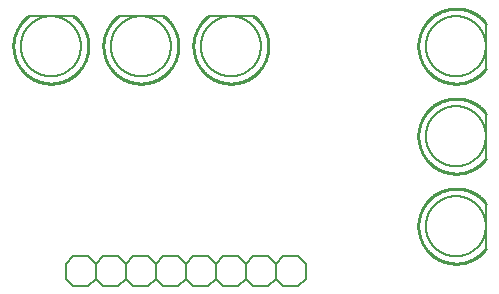
<source format=gto>
G75*
%MOIN*%
%OFA0B0*%
%FSLAX25Y25*%
%IPPOS*%
%LPD*%
%AMOC8*
5,1,8,0,0,1.08239X$1,22.5*
%
%ADD10C,0.00600*%
%ADD11C,0.00800*%
%ADD12C,0.01000*%
D10*
X0037600Y0015100D02*
X0037600Y0020100D01*
X0040100Y0022600D01*
X0045100Y0022600D01*
X0047600Y0020100D01*
X0050100Y0022600D01*
X0055100Y0022600D01*
X0057600Y0020100D01*
X0060100Y0022600D01*
X0065100Y0022600D01*
X0067600Y0020100D01*
X0070100Y0022600D01*
X0075100Y0022600D01*
X0077600Y0020100D01*
X0080100Y0022600D01*
X0085100Y0022600D01*
X0087600Y0020100D01*
X0090100Y0022600D01*
X0095100Y0022600D01*
X0097600Y0020100D01*
X0100100Y0022600D01*
X0105100Y0022600D01*
X0107600Y0020100D01*
X0110100Y0022600D01*
X0115100Y0022600D01*
X0117600Y0020100D01*
X0117600Y0015100D01*
X0115100Y0012600D01*
X0110100Y0012600D01*
X0107600Y0015100D01*
X0105100Y0012600D01*
X0100100Y0012600D01*
X0097600Y0015100D01*
X0097600Y0020100D01*
X0097600Y0015100D02*
X0095100Y0012600D01*
X0090100Y0012600D01*
X0087600Y0015100D01*
X0085100Y0012600D01*
X0080100Y0012600D01*
X0077600Y0015100D01*
X0075100Y0012600D01*
X0070100Y0012600D01*
X0067600Y0015100D01*
X0067600Y0020100D01*
X0067600Y0015100D02*
X0065100Y0012600D01*
X0060100Y0012600D01*
X0057600Y0015100D01*
X0055100Y0012600D01*
X0050100Y0012600D01*
X0047600Y0015100D01*
X0045100Y0012600D01*
X0040100Y0012600D01*
X0037600Y0015100D01*
X0047600Y0015100D02*
X0047600Y0020100D01*
X0057600Y0020100D02*
X0057600Y0015100D01*
X0077600Y0015100D02*
X0077600Y0020100D01*
X0087600Y0020100D02*
X0087600Y0015100D01*
X0107600Y0015100D02*
X0107600Y0020100D01*
X0157600Y0032600D02*
X0157603Y0032845D01*
X0157612Y0033091D01*
X0157627Y0033336D01*
X0157648Y0033580D01*
X0157675Y0033824D01*
X0157708Y0034067D01*
X0157747Y0034310D01*
X0157792Y0034551D01*
X0157843Y0034791D01*
X0157900Y0035030D01*
X0157962Y0035267D01*
X0158031Y0035503D01*
X0158105Y0035737D01*
X0158185Y0035969D01*
X0158270Y0036199D01*
X0158361Y0036427D01*
X0158458Y0036652D01*
X0158560Y0036876D01*
X0158668Y0037096D01*
X0158781Y0037314D01*
X0158899Y0037529D01*
X0159023Y0037741D01*
X0159151Y0037950D01*
X0159285Y0038156D01*
X0159424Y0038358D01*
X0159568Y0038557D01*
X0159717Y0038752D01*
X0159870Y0038944D01*
X0160028Y0039132D01*
X0160190Y0039316D01*
X0160358Y0039495D01*
X0160529Y0039671D01*
X0160705Y0039842D01*
X0160884Y0040010D01*
X0161068Y0040172D01*
X0161256Y0040330D01*
X0161448Y0040483D01*
X0161643Y0040632D01*
X0161842Y0040776D01*
X0162044Y0040915D01*
X0162250Y0041049D01*
X0162459Y0041177D01*
X0162671Y0041301D01*
X0162886Y0041419D01*
X0163104Y0041532D01*
X0163324Y0041640D01*
X0163548Y0041742D01*
X0163773Y0041839D01*
X0164001Y0041930D01*
X0164231Y0042015D01*
X0164463Y0042095D01*
X0164697Y0042169D01*
X0164933Y0042238D01*
X0165170Y0042300D01*
X0165409Y0042357D01*
X0165649Y0042408D01*
X0165890Y0042453D01*
X0166133Y0042492D01*
X0166376Y0042525D01*
X0166620Y0042552D01*
X0166864Y0042573D01*
X0167109Y0042588D01*
X0167355Y0042597D01*
X0167600Y0042600D01*
X0167845Y0042597D01*
X0168091Y0042588D01*
X0168336Y0042573D01*
X0168580Y0042552D01*
X0168824Y0042525D01*
X0169067Y0042492D01*
X0169310Y0042453D01*
X0169551Y0042408D01*
X0169791Y0042357D01*
X0170030Y0042300D01*
X0170267Y0042238D01*
X0170503Y0042169D01*
X0170737Y0042095D01*
X0170969Y0042015D01*
X0171199Y0041930D01*
X0171427Y0041839D01*
X0171652Y0041742D01*
X0171876Y0041640D01*
X0172096Y0041532D01*
X0172314Y0041419D01*
X0172529Y0041301D01*
X0172741Y0041177D01*
X0172950Y0041049D01*
X0173156Y0040915D01*
X0173358Y0040776D01*
X0173557Y0040632D01*
X0173752Y0040483D01*
X0173944Y0040330D01*
X0174132Y0040172D01*
X0174316Y0040010D01*
X0174495Y0039842D01*
X0174671Y0039671D01*
X0174842Y0039495D01*
X0175010Y0039316D01*
X0175172Y0039132D01*
X0175330Y0038944D01*
X0175483Y0038752D01*
X0175632Y0038557D01*
X0175776Y0038358D01*
X0175915Y0038156D01*
X0176049Y0037950D01*
X0176177Y0037741D01*
X0176301Y0037529D01*
X0176419Y0037314D01*
X0176532Y0037096D01*
X0176640Y0036876D01*
X0176742Y0036652D01*
X0176839Y0036427D01*
X0176930Y0036199D01*
X0177015Y0035969D01*
X0177095Y0035737D01*
X0177169Y0035503D01*
X0177238Y0035267D01*
X0177300Y0035030D01*
X0177357Y0034791D01*
X0177408Y0034551D01*
X0177453Y0034310D01*
X0177492Y0034067D01*
X0177525Y0033824D01*
X0177552Y0033580D01*
X0177573Y0033336D01*
X0177588Y0033091D01*
X0177597Y0032845D01*
X0177600Y0032600D01*
X0177597Y0032355D01*
X0177588Y0032109D01*
X0177573Y0031864D01*
X0177552Y0031620D01*
X0177525Y0031376D01*
X0177492Y0031133D01*
X0177453Y0030890D01*
X0177408Y0030649D01*
X0177357Y0030409D01*
X0177300Y0030170D01*
X0177238Y0029933D01*
X0177169Y0029697D01*
X0177095Y0029463D01*
X0177015Y0029231D01*
X0176930Y0029001D01*
X0176839Y0028773D01*
X0176742Y0028548D01*
X0176640Y0028324D01*
X0176532Y0028104D01*
X0176419Y0027886D01*
X0176301Y0027671D01*
X0176177Y0027459D01*
X0176049Y0027250D01*
X0175915Y0027044D01*
X0175776Y0026842D01*
X0175632Y0026643D01*
X0175483Y0026448D01*
X0175330Y0026256D01*
X0175172Y0026068D01*
X0175010Y0025884D01*
X0174842Y0025705D01*
X0174671Y0025529D01*
X0174495Y0025358D01*
X0174316Y0025190D01*
X0174132Y0025028D01*
X0173944Y0024870D01*
X0173752Y0024717D01*
X0173557Y0024568D01*
X0173358Y0024424D01*
X0173156Y0024285D01*
X0172950Y0024151D01*
X0172741Y0024023D01*
X0172529Y0023899D01*
X0172314Y0023781D01*
X0172096Y0023668D01*
X0171876Y0023560D01*
X0171652Y0023458D01*
X0171427Y0023361D01*
X0171199Y0023270D01*
X0170969Y0023185D01*
X0170737Y0023105D01*
X0170503Y0023031D01*
X0170267Y0022962D01*
X0170030Y0022900D01*
X0169791Y0022843D01*
X0169551Y0022792D01*
X0169310Y0022747D01*
X0169067Y0022708D01*
X0168824Y0022675D01*
X0168580Y0022648D01*
X0168336Y0022627D01*
X0168091Y0022612D01*
X0167845Y0022603D01*
X0167600Y0022600D01*
X0167355Y0022603D01*
X0167109Y0022612D01*
X0166864Y0022627D01*
X0166620Y0022648D01*
X0166376Y0022675D01*
X0166133Y0022708D01*
X0165890Y0022747D01*
X0165649Y0022792D01*
X0165409Y0022843D01*
X0165170Y0022900D01*
X0164933Y0022962D01*
X0164697Y0023031D01*
X0164463Y0023105D01*
X0164231Y0023185D01*
X0164001Y0023270D01*
X0163773Y0023361D01*
X0163548Y0023458D01*
X0163324Y0023560D01*
X0163104Y0023668D01*
X0162886Y0023781D01*
X0162671Y0023899D01*
X0162459Y0024023D01*
X0162250Y0024151D01*
X0162044Y0024285D01*
X0161842Y0024424D01*
X0161643Y0024568D01*
X0161448Y0024717D01*
X0161256Y0024870D01*
X0161068Y0025028D01*
X0160884Y0025190D01*
X0160705Y0025358D01*
X0160529Y0025529D01*
X0160358Y0025705D01*
X0160190Y0025884D01*
X0160028Y0026068D01*
X0159870Y0026256D01*
X0159717Y0026448D01*
X0159568Y0026643D01*
X0159424Y0026842D01*
X0159285Y0027044D01*
X0159151Y0027250D01*
X0159023Y0027459D01*
X0158899Y0027671D01*
X0158781Y0027886D01*
X0158668Y0028104D01*
X0158560Y0028324D01*
X0158458Y0028548D01*
X0158361Y0028773D01*
X0158270Y0029001D01*
X0158185Y0029231D01*
X0158105Y0029463D01*
X0158031Y0029697D01*
X0157962Y0029933D01*
X0157900Y0030170D01*
X0157843Y0030409D01*
X0157792Y0030649D01*
X0157747Y0030890D01*
X0157708Y0031133D01*
X0157675Y0031376D01*
X0157648Y0031620D01*
X0157627Y0031864D01*
X0157612Y0032109D01*
X0157603Y0032355D01*
X0157600Y0032600D01*
X0157600Y0062600D02*
X0157603Y0062845D01*
X0157612Y0063091D01*
X0157627Y0063336D01*
X0157648Y0063580D01*
X0157675Y0063824D01*
X0157708Y0064067D01*
X0157747Y0064310D01*
X0157792Y0064551D01*
X0157843Y0064791D01*
X0157900Y0065030D01*
X0157962Y0065267D01*
X0158031Y0065503D01*
X0158105Y0065737D01*
X0158185Y0065969D01*
X0158270Y0066199D01*
X0158361Y0066427D01*
X0158458Y0066652D01*
X0158560Y0066876D01*
X0158668Y0067096D01*
X0158781Y0067314D01*
X0158899Y0067529D01*
X0159023Y0067741D01*
X0159151Y0067950D01*
X0159285Y0068156D01*
X0159424Y0068358D01*
X0159568Y0068557D01*
X0159717Y0068752D01*
X0159870Y0068944D01*
X0160028Y0069132D01*
X0160190Y0069316D01*
X0160358Y0069495D01*
X0160529Y0069671D01*
X0160705Y0069842D01*
X0160884Y0070010D01*
X0161068Y0070172D01*
X0161256Y0070330D01*
X0161448Y0070483D01*
X0161643Y0070632D01*
X0161842Y0070776D01*
X0162044Y0070915D01*
X0162250Y0071049D01*
X0162459Y0071177D01*
X0162671Y0071301D01*
X0162886Y0071419D01*
X0163104Y0071532D01*
X0163324Y0071640D01*
X0163548Y0071742D01*
X0163773Y0071839D01*
X0164001Y0071930D01*
X0164231Y0072015D01*
X0164463Y0072095D01*
X0164697Y0072169D01*
X0164933Y0072238D01*
X0165170Y0072300D01*
X0165409Y0072357D01*
X0165649Y0072408D01*
X0165890Y0072453D01*
X0166133Y0072492D01*
X0166376Y0072525D01*
X0166620Y0072552D01*
X0166864Y0072573D01*
X0167109Y0072588D01*
X0167355Y0072597D01*
X0167600Y0072600D01*
X0167845Y0072597D01*
X0168091Y0072588D01*
X0168336Y0072573D01*
X0168580Y0072552D01*
X0168824Y0072525D01*
X0169067Y0072492D01*
X0169310Y0072453D01*
X0169551Y0072408D01*
X0169791Y0072357D01*
X0170030Y0072300D01*
X0170267Y0072238D01*
X0170503Y0072169D01*
X0170737Y0072095D01*
X0170969Y0072015D01*
X0171199Y0071930D01*
X0171427Y0071839D01*
X0171652Y0071742D01*
X0171876Y0071640D01*
X0172096Y0071532D01*
X0172314Y0071419D01*
X0172529Y0071301D01*
X0172741Y0071177D01*
X0172950Y0071049D01*
X0173156Y0070915D01*
X0173358Y0070776D01*
X0173557Y0070632D01*
X0173752Y0070483D01*
X0173944Y0070330D01*
X0174132Y0070172D01*
X0174316Y0070010D01*
X0174495Y0069842D01*
X0174671Y0069671D01*
X0174842Y0069495D01*
X0175010Y0069316D01*
X0175172Y0069132D01*
X0175330Y0068944D01*
X0175483Y0068752D01*
X0175632Y0068557D01*
X0175776Y0068358D01*
X0175915Y0068156D01*
X0176049Y0067950D01*
X0176177Y0067741D01*
X0176301Y0067529D01*
X0176419Y0067314D01*
X0176532Y0067096D01*
X0176640Y0066876D01*
X0176742Y0066652D01*
X0176839Y0066427D01*
X0176930Y0066199D01*
X0177015Y0065969D01*
X0177095Y0065737D01*
X0177169Y0065503D01*
X0177238Y0065267D01*
X0177300Y0065030D01*
X0177357Y0064791D01*
X0177408Y0064551D01*
X0177453Y0064310D01*
X0177492Y0064067D01*
X0177525Y0063824D01*
X0177552Y0063580D01*
X0177573Y0063336D01*
X0177588Y0063091D01*
X0177597Y0062845D01*
X0177600Y0062600D01*
X0177597Y0062355D01*
X0177588Y0062109D01*
X0177573Y0061864D01*
X0177552Y0061620D01*
X0177525Y0061376D01*
X0177492Y0061133D01*
X0177453Y0060890D01*
X0177408Y0060649D01*
X0177357Y0060409D01*
X0177300Y0060170D01*
X0177238Y0059933D01*
X0177169Y0059697D01*
X0177095Y0059463D01*
X0177015Y0059231D01*
X0176930Y0059001D01*
X0176839Y0058773D01*
X0176742Y0058548D01*
X0176640Y0058324D01*
X0176532Y0058104D01*
X0176419Y0057886D01*
X0176301Y0057671D01*
X0176177Y0057459D01*
X0176049Y0057250D01*
X0175915Y0057044D01*
X0175776Y0056842D01*
X0175632Y0056643D01*
X0175483Y0056448D01*
X0175330Y0056256D01*
X0175172Y0056068D01*
X0175010Y0055884D01*
X0174842Y0055705D01*
X0174671Y0055529D01*
X0174495Y0055358D01*
X0174316Y0055190D01*
X0174132Y0055028D01*
X0173944Y0054870D01*
X0173752Y0054717D01*
X0173557Y0054568D01*
X0173358Y0054424D01*
X0173156Y0054285D01*
X0172950Y0054151D01*
X0172741Y0054023D01*
X0172529Y0053899D01*
X0172314Y0053781D01*
X0172096Y0053668D01*
X0171876Y0053560D01*
X0171652Y0053458D01*
X0171427Y0053361D01*
X0171199Y0053270D01*
X0170969Y0053185D01*
X0170737Y0053105D01*
X0170503Y0053031D01*
X0170267Y0052962D01*
X0170030Y0052900D01*
X0169791Y0052843D01*
X0169551Y0052792D01*
X0169310Y0052747D01*
X0169067Y0052708D01*
X0168824Y0052675D01*
X0168580Y0052648D01*
X0168336Y0052627D01*
X0168091Y0052612D01*
X0167845Y0052603D01*
X0167600Y0052600D01*
X0167355Y0052603D01*
X0167109Y0052612D01*
X0166864Y0052627D01*
X0166620Y0052648D01*
X0166376Y0052675D01*
X0166133Y0052708D01*
X0165890Y0052747D01*
X0165649Y0052792D01*
X0165409Y0052843D01*
X0165170Y0052900D01*
X0164933Y0052962D01*
X0164697Y0053031D01*
X0164463Y0053105D01*
X0164231Y0053185D01*
X0164001Y0053270D01*
X0163773Y0053361D01*
X0163548Y0053458D01*
X0163324Y0053560D01*
X0163104Y0053668D01*
X0162886Y0053781D01*
X0162671Y0053899D01*
X0162459Y0054023D01*
X0162250Y0054151D01*
X0162044Y0054285D01*
X0161842Y0054424D01*
X0161643Y0054568D01*
X0161448Y0054717D01*
X0161256Y0054870D01*
X0161068Y0055028D01*
X0160884Y0055190D01*
X0160705Y0055358D01*
X0160529Y0055529D01*
X0160358Y0055705D01*
X0160190Y0055884D01*
X0160028Y0056068D01*
X0159870Y0056256D01*
X0159717Y0056448D01*
X0159568Y0056643D01*
X0159424Y0056842D01*
X0159285Y0057044D01*
X0159151Y0057250D01*
X0159023Y0057459D01*
X0158899Y0057671D01*
X0158781Y0057886D01*
X0158668Y0058104D01*
X0158560Y0058324D01*
X0158458Y0058548D01*
X0158361Y0058773D01*
X0158270Y0059001D01*
X0158185Y0059231D01*
X0158105Y0059463D01*
X0158031Y0059697D01*
X0157962Y0059933D01*
X0157900Y0060170D01*
X0157843Y0060409D01*
X0157792Y0060649D01*
X0157747Y0060890D01*
X0157708Y0061133D01*
X0157675Y0061376D01*
X0157648Y0061620D01*
X0157627Y0061864D01*
X0157612Y0062109D01*
X0157603Y0062355D01*
X0157600Y0062600D01*
X0157600Y0092600D02*
X0157603Y0092845D01*
X0157612Y0093091D01*
X0157627Y0093336D01*
X0157648Y0093580D01*
X0157675Y0093824D01*
X0157708Y0094067D01*
X0157747Y0094310D01*
X0157792Y0094551D01*
X0157843Y0094791D01*
X0157900Y0095030D01*
X0157962Y0095267D01*
X0158031Y0095503D01*
X0158105Y0095737D01*
X0158185Y0095969D01*
X0158270Y0096199D01*
X0158361Y0096427D01*
X0158458Y0096652D01*
X0158560Y0096876D01*
X0158668Y0097096D01*
X0158781Y0097314D01*
X0158899Y0097529D01*
X0159023Y0097741D01*
X0159151Y0097950D01*
X0159285Y0098156D01*
X0159424Y0098358D01*
X0159568Y0098557D01*
X0159717Y0098752D01*
X0159870Y0098944D01*
X0160028Y0099132D01*
X0160190Y0099316D01*
X0160358Y0099495D01*
X0160529Y0099671D01*
X0160705Y0099842D01*
X0160884Y0100010D01*
X0161068Y0100172D01*
X0161256Y0100330D01*
X0161448Y0100483D01*
X0161643Y0100632D01*
X0161842Y0100776D01*
X0162044Y0100915D01*
X0162250Y0101049D01*
X0162459Y0101177D01*
X0162671Y0101301D01*
X0162886Y0101419D01*
X0163104Y0101532D01*
X0163324Y0101640D01*
X0163548Y0101742D01*
X0163773Y0101839D01*
X0164001Y0101930D01*
X0164231Y0102015D01*
X0164463Y0102095D01*
X0164697Y0102169D01*
X0164933Y0102238D01*
X0165170Y0102300D01*
X0165409Y0102357D01*
X0165649Y0102408D01*
X0165890Y0102453D01*
X0166133Y0102492D01*
X0166376Y0102525D01*
X0166620Y0102552D01*
X0166864Y0102573D01*
X0167109Y0102588D01*
X0167355Y0102597D01*
X0167600Y0102600D01*
X0167845Y0102597D01*
X0168091Y0102588D01*
X0168336Y0102573D01*
X0168580Y0102552D01*
X0168824Y0102525D01*
X0169067Y0102492D01*
X0169310Y0102453D01*
X0169551Y0102408D01*
X0169791Y0102357D01*
X0170030Y0102300D01*
X0170267Y0102238D01*
X0170503Y0102169D01*
X0170737Y0102095D01*
X0170969Y0102015D01*
X0171199Y0101930D01*
X0171427Y0101839D01*
X0171652Y0101742D01*
X0171876Y0101640D01*
X0172096Y0101532D01*
X0172314Y0101419D01*
X0172529Y0101301D01*
X0172741Y0101177D01*
X0172950Y0101049D01*
X0173156Y0100915D01*
X0173358Y0100776D01*
X0173557Y0100632D01*
X0173752Y0100483D01*
X0173944Y0100330D01*
X0174132Y0100172D01*
X0174316Y0100010D01*
X0174495Y0099842D01*
X0174671Y0099671D01*
X0174842Y0099495D01*
X0175010Y0099316D01*
X0175172Y0099132D01*
X0175330Y0098944D01*
X0175483Y0098752D01*
X0175632Y0098557D01*
X0175776Y0098358D01*
X0175915Y0098156D01*
X0176049Y0097950D01*
X0176177Y0097741D01*
X0176301Y0097529D01*
X0176419Y0097314D01*
X0176532Y0097096D01*
X0176640Y0096876D01*
X0176742Y0096652D01*
X0176839Y0096427D01*
X0176930Y0096199D01*
X0177015Y0095969D01*
X0177095Y0095737D01*
X0177169Y0095503D01*
X0177238Y0095267D01*
X0177300Y0095030D01*
X0177357Y0094791D01*
X0177408Y0094551D01*
X0177453Y0094310D01*
X0177492Y0094067D01*
X0177525Y0093824D01*
X0177552Y0093580D01*
X0177573Y0093336D01*
X0177588Y0093091D01*
X0177597Y0092845D01*
X0177600Y0092600D01*
X0177597Y0092355D01*
X0177588Y0092109D01*
X0177573Y0091864D01*
X0177552Y0091620D01*
X0177525Y0091376D01*
X0177492Y0091133D01*
X0177453Y0090890D01*
X0177408Y0090649D01*
X0177357Y0090409D01*
X0177300Y0090170D01*
X0177238Y0089933D01*
X0177169Y0089697D01*
X0177095Y0089463D01*
X0177015Y0089231D01*
X0176930Y0089001D01*
X0176839Y0088773D01*
X0176742Y0088548D01*
X0176640Y0088324D01*
X0176532Y0088104D01*
X0176419Y0087886D01*
X0176301Y0087671D01*
X0176177Y0087459D01*
X0176049Y0087250D01*
X0175915Y0087044D01*
X0175776Y0086842D01*
X0175632Y0086643D01*
X0175483Y0086448D01*
X0175330Y0086256D01*
X0175172Y0086068D01*
X0175010Y0085884D01*
X0174842Y0085705D01*
X0174671Y0085529D01*
X0174495Y0085358D01*
X0174316Y0085190D01*
X0174132Y0085028D01*
X0173944Y0084870D01*
X0173752Y0084717D01*
X0173557Y0084568D01*
X0173358Y0084424D01*
X0173156Y0084285D01*
X0172950Y0084151D01*
X0172741Y0084023D01*
X0172529Y0083899D01*
X0172314Y0083781D01*
X0172096Y0083668D01*
X0171876Y0083560D01*
X0171652Y0083458D01*
X0171427Y0083361D01*
X0171199Y0083270D01*
X0170969Y0083185D01*
X0170737Y0083105D01*
X0170503Y0083031D01*
X0170267Y0082962D01*
X0170030Y0082900D01*
X0169791Y0082843D01*
X0169551Y0082792D01*
X0169310Y0082747D01*
X0169067Y0082708D01*
X0168824Y0082675D01*
X0168580Y0082648D01*
X0168336Y0082627D01*
X0168091Y0082612D01*
X0167845Y0082603D01*
X0167600Y0082600D01*
X0167355Y0082603D01*
X0167109Y0082612D01*
X0166864Y0082627D01*
X0166620Y0082648D01*
X0166376Y0082675D01*
X0166133Y0082708D01*
X0165890Y0082747D01*
X0165649Y0082792D01*
X0165409Y0082843D01*
X0165170Y0082900D01*
X0164933Y0082962D01*
X0164697Y0083031D01*
X0164463Y0083105D01*
X0164231Y0083185D01*
X0164001Y0083270D01*
X0163773Y0083361D01*
X0163548Y0083458D01*
X0163324Y0083560D01*
X0163104Y0083668D01*
X0162886Y0083781D01*
X0162671Y0083899D01*
X0162459Y0084023D01*
X0162250Y0084151D01*
X0162044Y0084285D01*
X0161842Y0084424D01*
X0161643Y0084568D01*
X0161448Y0084717D01*
X0161256Y0084870D01*
X0161068Y0085028D01*
X0160884Y0085190D01*
X0160705Y0085358D01*
X0160529Y0085529D01*
X0160358Y0085705D01*
X0160190Y0085884D01*
X0160028Y0086068D01*
X0159870Y0086256D01*
X0159717Y0086448D01*
X0159568Y0086643D01*
X0159424Y0086842D01*
X0159285Y0087044D01*
X0159151Y0087250D01*
X0159023Y0087459D01*
X0158899Y0087671D01*
X0158781Y0087886D01*
X0158668Y0088104D01*
X0158560Y0088324D01*
X0158458Y0088548D01*
X0158361Y0088773D01*
X0158270Y0089001D01*
X0158185Y0089231D01*
X0158105Y0089463D01*
X0158031Y0089697D01*
X0157962Y0089933D01*
X0157900Y0090170D01*
X0157843Y0090409D01*
X0157792Y0090649D01*
X0157747Y0090890D01*
X0157708Y0091133D01*
X0157675Y0091376D01*
X0157648Y0091620D01*
X0157627Y0091864D01*
X0157612Y0092109D01*
X0157603Y0092355D01*
X0157600Y0092600D01*
X0082600Y0092600D02*
X0082603Y0092845D01*
X0082612Y0093091D01*
X0082627Y0093336D01*
X0082648Y0093580D01*
X0082675Y0093824D01*
X0082708Y0094067D01*
X0082747Y0094310D01*
X0082792Y0094551D01*
X0082843Y0094791D01*
X0082900Y0095030D01*
X0082962Y0095267D01*
X0083031Y0095503D01*
X0083105Y0095737D01*
X0083185Y0095969D01*
X0083270Y0096199D01*
X0083361Y0096427D01*
X0083458Y0096652D01*
X0083560Y0096876D01*
X0083668Y0097096D01*
X0083781Y0097314D01*
X0083899Y0097529D01*
X0084023Y0097741D01*
X0084151Y0097950D01*
X0084285Y0098156D01*
X0084424Y0098358D01*
X0084568Y0098557D01*
X0084717Y0098752D01*
X0084870Y0098944D01*
X0085028Y0099132D01*
X0085190Y0099316D01*
X0085358Y0099495D01*
X0085529Y0099671D01*
X0085705Y0099842D01*
X0085884Y0100010D01*
X0086068Y0100172D01*
X0086256Y0100330D01*
X0086448Y0100483D01*
X0086643Y0100632D01*
X0086842Y0100776D01*
X0087044Y0100915D01*
X0087250Y0101049D01*
X0087459Y0101177D01*
X0087671Y0101301D01*
X0087886Y0101419D01*
X0088104Y0101532D01*
X0088324Y0101640D01*
X0088548Y0101742D01*
X0088773Y0101839D01*
X0089001Y0101930D01*
X0089231Y0102015D01*
X0089463Y0102095D01*
X0089697Y0102169D01*
X0089933Y0102238D01*
X0090170Y0102300D01*
X0090409Y0102357D01*
X0090649Y0102408D01*
X0090890Y0102453D01*
X0091133Y0102492D01*
X0091376Y0102525D01*
X0091620Y0102552D01*
X0091864Y0102573D01*
X0092109Y0102588D01*
X0092355Y0102597D01*
X0092600Y0102600D01*
X0092845Y0102597D01*
X0093091Y0102588D01*
X0093336Y0102573D01*
X0093580Y0102552D01*
X0093824Y0102525D01*
X0094067Y0102492D01*
X0094310Y0102453D01*
X0094551Y0102408D01*
X0094791Y0102357D01*
X0095030Y0102300D01*
X0095267Y0102238D01*
X0095503Y0102169D01*
X0095737Y0102095D01*
X0095969Y0102015D01*
X0096199Y0101930D01*
X0096427Y0101839D01*
X0096652Y0101742D01*
X0096876Y0101640D01*
X0097096Y0101532D01*
X0097314Y0101419D01*
X0097529Y0101301D01*
X0097741Y0101177D01*
X0097950Y0101049D01*
X0098156Y0100915D01*
X0098358Y0100776D01*
X0098557Y0100632D01*
X0098752Y0100483D01*
X0098944Y0100330D01*
X0099132Y0100172D01*
X0099316Y0100010D01*
X0099495Y0099842D01*
X0099671Y0099671D01*
X0099842Y0099495D01*
X0100010Y0099316D01*
X0100172Y0099132D01*
X0100330Y0098944D01*
X0100483Y0098752D01*
X0100632Y0098557D01*
X0100776Y0098358D01*
X0100915Y0098156D01*
X0101049Y0097950D01*
X0101177Y0097741D01*
X0101301Y0097529D01*
X0101419Y0097314D01*
X0101532Y0097096D01*
X0101640Y0096876D01*
X0101742Y0096652D01*
X0101839Y0096427D01*
X0101930Y0096199D01*
X0102015Y0095969D01*
X0102095Y0095737D01*
X0102169Y0095503D01*
X0102238Y0095267D01*
X0102300Y0095030D01*
X0102357Y0094791D01*
X0102408Y0094551D01*
X0102453Y0094310D01*
X0102492Y0094067D01*
X0102525Y0093824D01*
X0102552Y0093580D01*
X0102573Y0093336D01*
X0102588Y0093091D01*
X0102597Y0092845D01*
X0102600Y0092600D01*
X0102597Y0092355D01*
X0102588Y0092109D01*
X0102573Y0091864D01*
X0102552Y0091620D01*
X0102525Y0091376D01*
X0102492Y0091133D01*
X0102453Y0090890D01*
X0102408Y0090649D01*
X0102357Y0090409D01*
X0102300Y0090170D01*
X0102238Y0089933D01*
X0102169Y0089697D01*
X0102095Y0089463D01*
X0102015Y0089231D01*
X0101930Y0089001D01*
X0101839Y0088773D01*
X0101742Y0088548D01*
X0101640Y0088324D01*
X0101532Y0088104D01*
X0101419Y0087886D01*
X0101301Y0087671D01*
X0101177Y0087459D01*
X0101049Y0087250D01*
X0100915Y0087044D01*
X0100776Y0086842D01*
X0100632Y0086643D01*
X0100483Y0086448D01*
X0100330Y0086256D01*
X0100172Y0086068D01*
X0100010Y0085884D01*
X0099842Y0085705D01*
X0099671Y0085529D01*
X0099495Y0085358D01*
X0099316Y0085190D01*
X0099132Y0085028D01*
X0098944Y0084870D01*
X0098752Y0084717D01*
X0098557Y0084568D01*
X0098358Y0084424D01*
X0098156Y0084285D01*
X0097950Y0084151D01*
X0097741Y0084023D01*
X0097529Y0083899D01*
X0097314Y0083781D01*
X0097096Y0083668D01*
X0096876Y0083560D01*
X0096652Y0083458D01*
X0096427Y0083361D01*
X0096199Y0083270D01*
X0095969Y0083185D01*
X0095737Y0083105D01*
X0095503Y0083031D01*
X0095267Y0082962D01*
X0095030Y0082900D01*
X0094791Y0082843D01*
X0094551Y0082792D01*
X0094310Y0082747D01*
X0094067Y0082708D01*
X0093824Y0082675D01*
X0093580Y0082648D01*
X0093336Y0082627D01*
X0093091Y0082612D01*
X0092845Y0082603D01*
X0092600Y0082600D01*
X0092355Y0082603D01*
X0092109Y0082612D01*
X0091864Y0082627D01*
X0091620Y0082648D01*
X0091376Y0082675D01*
X0091133Y0082708D01*
X0090890Y0082747D01*
X0090649Y0082792D01*
X0090409Y0082843D01*
X0090170Y0082900D01*
X0089933Y0082962D01*
X0089697Y0083031D01*
X0089463Y0083105D01*
X0089231Y0083185D01*
X0089001Y0083270D01*
X0088773Y0083361D01*
X0088548Y0083458D01*
X0088324Y0083560D01*
X0088104Y0083668D01*
X0087886Y0083781D01*
X0087671Y0083899D01*
X0087459Y0084023D01*
X0087250Y0084151D01*
X0087044Y0084285D01*
X0086842Y0084424D01*
X0086643Y0084568D01*
X0086448Y0084717D01*
X0086256Y0084870D01*
X0086068Y0085028D01*
X0085884Y0085190D01*
X0085705Y0085358D01*
X0085529Y0085529D01*
X0085358Y0085705D01*
X0085190Y0085884D01*
X0085028Y0086068D01*
X0084870Y0086256D01*
X0084717Y0086448D01*
X0084568Y0086643D01*
X0084424Y0086842D01*
X0084285Y0087044D01*
X0084151Y0087250D01*
X0084023Y0087459D01*
X0083899Y0087671D01*
X0083781Y0087886D01*
X0083668Y0088104D01*
X0083560Y0088324D01*
X0083458Y0088548D01*
X0083361Y0088773D01*
X0083270Y0089001D01*
X0083185Y0089231D01*
X0083105Y0089463D01*
X0083031Y0089697D01*
X0082962Y0089933D01*
X0082900Y0090170D01*
X0082843Y0090409D01*
X0082792Y0090649D01*
X0082747Y0090890D01*
X0082708Y0091133D01*
X0082675Y0091376D01*
X0082648Y0091620D01*
X0082627Y0091864D01*
X0082612Y0092109D01*
X0082603Y0092355D01*
X0082600Y0092600D01*
X0052600Y0092600D02*
X0052603Y0092845D01*
X0052612Y0093091D01*
X0052627Y0093336D01*
X0052648Y0093580D01*
X0052675Y0093824D01*
X0052708Y0094067D01*
X0052747Y0094310D01*
X0052792Y0094551D01*
X0052843Y0094791D01*
X0052900Y0095030D01*
X0052962Y0095267D01*
X0053031Y0095503D01*
X0053105Y0095737D01*
X0053185Y0095969D01*
X0053270Y0096199D01*
X0053361Y0096427D01*
X0053458Y0096652D01*
X0053560Y0096876D01*
X0053668Y0097096D01*
X0053781Y0097314D01*
X0053899Y0097529D01*
X0054023Y0097741D01*
X0054151Y0097950D01*
X0054285Y0098156D01*
X0054424Y0098358D01*
X0054568Y0098557D01*
X0054717Y0098752D01*
X0054870Y0098944D01*
X0055028Y0099132D01*
X0055190Y0099316D01*
X0055358Y0099495D01*
X0055529Y0099671D01*
X0055705Y0099842D01*
X0055884Y0100010D01*
X0056068Y0100172D01*
X0056256Y0100330D01*
X0056448Y0100483D01*
X0056643Y0100632D01*
X0056842Y0100776D01*
X0057044Y0100915D01*
X0057250Y0101049D01*
X0057459Y0101177D01*
X0057671Y0101301D01*
X0057886Y0101419D01*
X0058104Y0101532D01*
X0058324Y0101640D01*
X0058548Y0101742D01*
X0058773Y0101839D01*
X0059001Y0101930D01*
X0059231Y0102015D01*
X0059463Y0102095D01*
X0059697Y0102169D01*
X0059933Y0102238D01*
X0060170Y0102300D01*
X0060409Y0102357D01*
X0060649Y0102408D01*
X0060890Y0102453D01*
X0061133Y0102492D01*
X0061376Y0102525D01*
X0061620Y0102552D01*
X0061864Y0102573D01*
X0062109Y0102588D01*
X0062355Y0102597D01*
X0062600Y0102600D01*
X0062845Y0102597D01*
X0063091Y0102588D01*
X0063336Y0102573D01*
X0063580Y0102552D01*
X0063824Y0102525D01*
X0064067Y0102492D01*
X0064310Y0102453D01*
X0064551Y0102408D01*
X0064791Y0102357D01*
X0065030Y0102300D01*
X0065267Y0102238D01*
X0065503Y0102169D01*
X0065737Y0102095D01*
X0065969Y0102015D01*
X0066199Y0101930D01*
X0066427Y0101839D01*
X0066652Y0101742D01*
X0066876Y0101640D01*
X0067096Y0101532D01*
X0067314Y0101419D01*
X0067529Y0101301D01*
X0067741Y0101177D01*
X0067950Y0101049D01*
X0068156Y0100915D01*
X0068358Y0100776D01*
X0068557Y0100632D01*
X0068752Y0100483D01*
X0068944Y0100330D01*
X0069132Y0100172D01*
X0069316Y0100010D01*
X0069495Y0099842D01*
X0069671Y0099671D01*
X0069842Y0099495D01*
X0070010Y0099316D01*
X0070172Y0099132D01*
X0070330Y0098944D01*
X0070483Y0098752D01*
X0070632Y0098557D01*
X0070776Y0098358D01*
X0070915Y0098156D01*
X0071049Y0097950D01*
X0071177Y0097741D01*
X0071301Y0097529D01*
X0071419Y0097314D01*
X0071532Y0097096D01*
X0071640Y0096876D01*
X0071742Y0096652D01*
X0071839Y0096427D01*
X0071930Y0096199D01*
X0072015Y0095969D01*
X0072095Y0095737D01*
X0072169Y0095503D01*
X0072238Y0095267D01*
X0072300Y0095030D01*
X0072357Y0094791D01*
X0072408Y0094551D01*
X0072453Y0094310D01*
X0072492Y0094067D01*
X0072525Y0093824D01*
X0072552Y0093580D01*
X0072573Y0093336D01*
X0072588Y0093091D01*
X0072597Y0092845D01*
X0072600Y0092600D01*
X0072597Y0092355D01*
X0072588Y0092109D01*
X0072573Y0091864D01*
X0072552Y0091620D01*
X0072525Y0091376D01*
X0072492Y0091133D01*
X0072453Y0090890D01*
X0072408Y0090649D01*
X0072357Y0090409D01*
X0072300Y0090170D01*
X0072238Y0089933D01*
X0072169Y0089697D01*
X0072095Y0089463D01*
X0072015Y0089231D01*
X0071930Y0089001D01*
X0071839Y0088773D01*
X0071742Y0088548D01*
X0071640Y0088324D01*
X0071532Y0088104D01*
X0071419Y0087886D01*
X0071301Y0087671D01*
X0071177Y0087459D01*
X0071049Y0087250D01*
X0070915Y0087044D01*
X0070776Y0086842D01*
X0070632Y0086643D01*
X0070483Y0086448D01*
X0070330Y0086256D01*
X0070172Y0086068D01*
X0070010Y0085884D01*
X0069842Y0085705D01*
X0069671Y0085529D01*
X0069495Y0085358D01*
X0069316Y0085190D01*
X0069132Y0085028D01*
X0068944Y0084870D01*
X0068752Y0084717D01*
X0068557Y0084568D01*
X0068358Y0084424D01*
X0068156Y0084285D01*
X0067950Y0084151D01*
X0067741Y0084023D01*
X0067529Y0083899D01*
X0067314Y0083781D01*
X0067096Y0083668D01*
X0066876Y0083560D01*
X0066652Y0083458D01*
X0066427Y0083361D01*
X0066199Y0083270D01*
X0065969Y0083185D01*
X0065737Y0083105D01*
X0065503Y0083031D01*
X0065267Y0082962D01*
X0065030Y0082900D01*
X0064791Y0082843D01*
X0064551Y0082792D01*
X0064310Y0082747D01*
X0064067Y0082708D01*
X0063824Y0082675D01*
X0063580Y0082648D01*
X0063336Y0082627D01*
X0063091Y0082612D01*
X0062845Y0082603D01*
X0062600Y0082600D01*
X0062355Y0082603D01*
X0062109Y0082612D01*
X0061864Y0082627D01*
X0061620Y0082648D01*
X0061376Y0082675D01*
X0061133Y0082708D01*
X0060890Y0082747D01*
X0060649Y0082792D01*
X0060409Y0082843D01*
X0060170Y0082900D01*
X0059933Y0082962D01*
X0059697Y0083031D01*
X0059463Y0083105D01*
X0059231Y0083185D01*
X0059001Y0083270D01*
X0058773Y0083361D01*
X0058548Y0083458D01*
X0058324Y0083560D01*
X0058104Y0083668D01*
X0057886Y0083781D01*
X0057671Y0083899D01*
X0057459Y0084023D01*
X0057250Y0084151D01*
X0057044Y0084285D01*
X0056842Y0084424D01*
X0056643Y0084568D01*
X0056448Y0084717D01*
X0056256Y0084870D01*
X0056068Y0085028D01*
X0055884Y0085190D01*
X0055705Y0085358D01*
X0055529Y0085529D01*
X0055358Y0085705D01*
X0055190Y0085884D01*
X0055028Y0086068D01*
X0054870Y0086256D01*
X0054717Y0086448D01*
X0054568Y0086643D01*
X0054424Y0086842D01*
X0054285Y0087044D01*
X0054151Y0087250D01*
X0054023Y0087459D01*
X0053899Y0087671D01*
X0053781Y0087886D01*
X0053668Y0088104D01*
X0053560Y0088324D01*
X0053458Y0088548D01*
X0053361Y0088773D01*
X0053270Y0089001D01*
X0053185Y0089231D01*
X0053105Y0089463D01*
X0053031Y0089697D01*
X0052962Y0089933D01*
X0052900Y0090170D01*
X0052843Y0090409D01*
X0052792Y0090649D01*
X0052747Y0090890D01*
X0052708Y0091133D01*
X0052675Y0091376D01*
X0052648Y0091620D01*
X0052627Y0091864D01*
X0052612Y0092109D01*
X0052603Y0092355D01*
X0052600Y0092600D01*
X0022600Y0092600D02*
X0022603Y0092845D01*
X0022612Y0093091D01*
X0022627Y0093336D01*
X0022648Y0093580D01*
X0022675Y0093824D01*
X0022708Y0094067D01*
X0022747Y0094310D01*
X0022792Y0094551D01*
X0022843Y0094791D01*
X0022900Y0095030D01*
X0022962Y0095267D01*
X0023031Y0095503D01*
X0023105Y0095737D01*
X0023185Y0095969D01*
X0023270Y0096199D01*
X0023361Y0096427D01*
X0023458Y0096652D01*
X0023560Y0096876D01*
X0023668Y0097096D01*
X0023781Y0097314D01*
X0023899Y0097529D01*
X0024023Y0097741D01*
X0024151Y0097950D01*
X0024285Y0098156D01*
X0024424Y0098358D01*
X0024568Y0098557D01*
X0024717Y0098752D01*
X0024870Y0098944D01*
X0025028Y0099132D01*
X0025190Y0099316D01*
X0025358Y0099495D01*
X0025529Y0099671D01*
X0025705Y0099842D01*
X0025884Y0100010D01*
X0026068Y0100172D01*
X0026256Y0100330D01*
X0026448Y0100483D01*
X0026643Y0100632D01*
X0026842Y0100776D01*
X0027044Y0100915D01*
X0027250Y0101049D01*
X0027459Y0101177D01*
X0027671Y0101301D01*
X0027886Y0101419D01*
X0028104Y0101532D01*
X0028324Y0101640D01*
X0028548Y0101742D01*
X0028773Y0101839D01*
X0029001Y0101930D01*
X0029231Y0102015D01*
X0029463Y0102095D01*
X0029697Y0102169D01*
X0029933Y0102238D01*
X0030170Y0102300D01*
X0030409Y0102357D01*
X0030649Y0102408D01*
X0030890Y0102453D01*
X0031133Y0102492D01*
X0031376Y0102525D01*
X0031620Y0102552D01*
X0031864Y0102573D01*
X0032109Y0102588D01*
X0032355Y0102597D01*
X0032600Y0102600D01*
X0032845Y0102597D01*
X0033091Y0102588D01*
X0033336Y0102573D01*
X0033580Y0102552D01*
X0033824Y0102525D01*
X0034067Y0102492D01*
X0034310Y0102453D01*
X0034551Y0102408D01*
X0034791Y0102357D01*
X0035030Y0102300D01*
X0035267Y0102238D01*
X0035503Y0102169D01*
X0035737Y0102095D01*
X0035969Y0102015D01*
X0036199Y0101930D01*
X0036427Y0101839D01*
X0036652Y0101742D01*
X0036876Y0101640D01*
X0037096Y0101532D01*
X0037314Y0101419D01*
X0037529Y0101301D01*
X0037741Y0101177D01*
X0037950Y0101049D01*
X0038156Y0100915D01*
X0038358Y0100776D01*
X0038557Y0100632D01*
X0038752Y0100483D01*
X0038944Y0100330D01*
X0039132Y0100172D01*
X0039316Y0100010D01*
X0039495Y0099842D01*
X0039671Y0099671D01*
X0039842Y0099495D01*
X0040010Y0099316D01*
X0040172Y0099132D01*
X0040330Y0098944D01*
X0040483Y0098752D01*
X0040632Y0098557D01*
X0040776Y0098358D01*
X0040915Y0098156D01*
X0041049Y0097950D01*
X0041177Y0097741D01*
X0041301Y0097529D01*
X0041419Y0097314D01*
X0041532Y0097096D01*
X0041640Y0096876D01*
X0041742Y0096652D01*
X0041839Y0096427D01*
X0041930Y0096199D01*
X0042015Y0095969D01*
X0042095Y0095737D01*
X0042169Y0095503D01*
X0042238Y0095267D01*
X0042300Y0095030D01*
X0042357Y0094791D01*
X0042408Y0094551D01*
X0042453Y0094310D01*
X0042492Y0094067D01*
X0042525Y0093824D01*
X0042552Y0093580D01*
X0042573Y0093336D01*
X0042588Y0093091D01*
X0042597Y0092845D01*
X0042600Y0092600D01*
X0042597Y0092355D01*
X0042588Y0092109D01*
X0042573Y0091864D01*
X0042552Y0091620D01*
X0042525Y0091376D01*
X0042492Y0091133D01*
X0042453Y0090890D01*
X0042408Y0090649D01*
X0042357Y0090409D01*
X0042300Y0090170D01*
X0042238Y0089933D01*
X0042169Y0089697D01*
X0042095Y0089463D01*
X0042015Y0089231D01*
X0041930Y0089001D01*
X0041839Y0088773D01*
X0041742Y0088548D01*
X0041640Y0088324D01*
X0041532Y0088104D01*
X0041419Y0087886D01*
X0041301Y0087671D01*
X0041177Y0087459D01*
X0041049Y0087250D01*
X0040915Y0087044D01*
X0040776Y0086842D01*
X0040632Y0086643D01*
X0040483Y0086448D01*
X0040330Y0086256D01*
X0040172Y0086068D01*
X0040010Y0085884D01*
X0039842Y0085705D01*
X0039671Y0085529D01*
X0039495Y0085358D01*
X0039316Y0085190D01*
X0039132Y0085028D01*
X0038944Y0084870D01*
X0038752Y0084717D01*
X0038557Y0084568D01*
X0038358Y0084424D01*
X0038156Y0084285D01*
X0037950Y0084151D01*
X0037741Y0084023D01*
X0037529Y0083899D01*
X0037314Y0083781D01*
X0037096Y0083668D01*
X0036876Y0083560D01*
X0036652Y0083458D01*
X0036427Y0083361D01*
X0036199Y0083270D01*
X0035969Y0083185D01*
X0035737Y0083105D01*
X0035503Y0083031D01*
X0035267Y0082962D01*
X0035030Y0082900D01*
X0034791Y0082843D01*
X0034551Y0082792D01*
X0034310Y0082747D01*
X0034067Y0082708D01*
X0033824Y0082675D01*
X0033580Y0082648D01*
X0033336Y0082627D01*
X0033091Y0082612D01*
X0032845Y0082603D01*
X0032600Y0082600D01*
X0032355Y0082603D01*
X0032109Y0082612D01*
X0031864Y0082627D01*
X0031620Y0082648D01*
X0031376Y0082675D01*
X0031133Y0082708D01*
X0030890Y0082747D01*
X0030649Y0082792D01*
X0030409Y0082843D01*
X0030170Y0082900D01*
X0029933Y0082962D01*
X0029697Y0083031D01*
X0029463Y0083105D01*
X0029231Y0083185D01*
X0029001Y0083270D01*
X0028773Y0083361D01*
X0028548Y0083458D01*
X0028324Y0083560D01*
X0028104Y0083668D01*
X0027886Y0083781D01*
X0027671Y0083899D01*
X0027459Y0084023D01*
X0027250Y0084151D01*
X0027044Y0084285D01*
X0026842Y0084424D01*
X0026643Y0084568D01*
X0026448Y0084717D01*
X0026256Y0084870D01*
X0026068Y0085028D01*
X0025884Y0085190D01*
X0025705Y0085358D01*
X0025529Y0085529D01*
X0025358Y0085705D01*
X0025190Y0085884D01*
X0025028Y0086068D01*
X0024870Y0086256D01*
X0024717Y0086448D01*
X0024568Y0086643D01*
X0024424Y0086842D01*
X0024285Y0087044D01*
X0024151Y0087250D01*
X0024023Y0087459D01*
X0023899Y0087671D01*
X0023781Y0087886D01*
X0023668Y0088104D01*
X0023560Y0088324D01*
X0023458Y0088548D01*
X0023361Y0088773D01*
X0023270Y0089001D01*
X0023185Y0089231D01*
X0023105Y0089463D01*
X0023031Y0089697D01*
X0022962Y0089933D01*
X0022900Y0090170D01*
X0022843Y0090409D01*
X0022792Y0090649D01*
X0022747Y0090890D01*
X0022708Y0091133D01*
X0022675Y0091376D01*
X0022648Y0091620D01*
X0022627Y0091864D01*
X0022612Y0092109D01*
X0022603Y0092355D01*
X0022600Y0092600D01*
D11*
X0025100Y0102600D02*
X0040100Y0102600D01*
X0055100Y0102600D02*
X0070100Y0102600D01*
X0085100Y0102600D02*
X0100100Y0102600D01*
X0177600Y0100100D02*
X0177600Y0085100D01*
X0177600Y0070100D02*
X0177600Y0055100D01*
X0177600Y0040100D02*
X0177600Y0025100D01*
D12*
X0177413Y0024857D01*
X0177221Y0024619D01*
X0177022Y0024386D01*
X0176818Y0024158D01*
X0176609Y0023935D01*
X0176394Y0023717D01*
X0176174Y0023504D01*
X0175949Y0023297D01*
X0175718Y0023095D01*
X0175483Y0022899D01*
X0175243Y0022709D01*
X0174999Y0022525D01*
X0174750Y0022347D01*
X0174496Y0022175D01*
X0174239Y0022009D01*
X0173978Y0021849D01*
X0173713Y0021696D01*
X0173444Y0021550D01*
X0173171Y0021410D01*
X0172896Y0021277D01*
X0172617Y0021151D01*
X0172335Y0021031D01*
X0172050Y0020919D01*
X0171763Y0020814D01*
X0171473Y0020715D01*
X0171181Y0020624D01*
X0170886Y0020540D01*
X0170590Y0020463D01*
X0170292Y0020393D01*
X0169992Y0020331D01*
X0169691Y0020276D01*
X0169389Y0020229D01*
X0169085Y0020189D01*
X0168781Y0020156D01*
X0168476Y0020131D01*
X0168170Y0020113D01*
X0167864Y0020103D01*
X0167558Y0020100D01*
X0167252Y0020105D01*
X0166946Y0020117D01*
X0166640Y0020137D01*
X0166336Y0020164D01*
X0166031Y0020199D01*
X0165728Y0020241D01*
X0165426Y0020290D01*
X0165125Y0020347D01*
X0164826Y0020412D01*
X0164528Y0020483D01*
X0164233Y0020562D01*
X0163939Y0020648D01*
X0163647Y0020741D01*
X0163358Y0020842D01*
X0163071Y0020949D01*
X0162787Y0021064D01*
X0162506Y0021185D01*
X0162228Y0021313D01*
X0161953Y0021448D01*
X0161682Y0021590D01*
X0161414Y0021738D01*
X0161150Y0021893D01*
X0160890Y0022054D01*
X0160634Y0022221D01*
X0160381Y0022395D01*
X0160134Y0022575D01*
X0159890Y0022761D01*
X0159652Y0022952D01*
X0159418Y0023150D01*
X0159189Y0023353D01*
X0158965Y0023562D01*
X0158746Y0023776D01*
X0158533Y0023996D01*
X0158325Y0024220D01*
X0158122Y0024450D01*
X0157926Y0024684D01*
X0157735Y0024924D01*
X0157550Y0025167D01*
X0157371Y0025416D01*
X0157198Y0025668D01*
X0157031Y0025925D01*
X0156871Y0026186D01*
X0156717Y0026451D01*
X0156570Y0026719D01*
X0156429Y0026991D01*
X0156295Y0027266D01*
X0156168Y0027545D01*
X0156047Y0027826D01*
X0155934Y0028111D01*
X0155828Y0028398D01*
X0155728Y0028687D01*
X0155636Y0028979D01*
X0155551Y0029273D01*
X0155473Y0029569D01*
X0155402Y0029867D01*
X0155339Y0030167D01*
X0155283Y0030468D01*
X0155235Y0030770D01*
X0155194Y0031073D01*
X0155160Y0031377D01*
X0155134Y0031682D01*
X0155115Y0031988D01*
X0155104Y0032294D01*
X0155100Y0032600D01*
X0155104Y0032906D01*
X0155115Y0033212D01*
X0155134Y0033518D01*
X0155160Y0033823D01*
X0155194Y0034127D01*
X0155235Y0034430D01*
X0155283Y0034732D01*
X0155339Y0035033D01*
X0155402Y0035333D01*
X0155473Y0035631D01*
X0155551Y0035927D01*
X0155636Y0036221D01*
X0155728Y0036513D01*
X0155828Y0036802D01*
X0155934Y0037089D01*
X0156047Y0037374D01*
X0156168Y0037655D01*
X0156295Y0037934D01*
X0156429Y0038209D01*
X0156570Y0038481D01*
X0156717Y0038749D01*
X0156871Y0039014D01*
X0157031Y0039275D01*
X0157198Y0039532D01*
X0157371Y0039784D01*
X0157550Y0040033D01*
X0157735Y0040276D01*
X0157926Y0040516D01*
X0158122Y0040750D01*
X0158325Y0040980D01*
X0158533Y0041204D01*
X0158746Y0041424D01*
X0158965Y0041638D01*
X0159189Y0041847D01*
X0159418Y0042050D01*
X0159652Y0042248D01*
X0159890Y0042439D01*
X0160134Y0042625D01*
X0160381Y0042805D01*
X0160634Y0042979D01*
X0160890Y0043146D01*
X0161150Y0043307D01*
X0161414Y0043462D01*
X0161682Y0043610D01*
X0161953Y0043752D01*
X0162228Y0043887D01*
X0162506Y0044015D01*
X0162787Y0044136D01*
X0163071Y0044251D01*
X0163358Y0044358D01*
X0163647Y0044459D01*
X0163939Y0044552D01*
X0164233Y0044638D01*
X0164528Y0044717D01*
X0164826Y0044788D01*
X0165125Y0044853D01*
X0165426Y0044910D01*
X0165728Y0044959D01*
X0166031Y0045001D01*
X0166336Y0045036D01*
X0166640Y0045063D01*
X0166946Y0045083D01*
X0167252Y0045095D01*
X0167558Y0045100D01*
X0167864Y0045097D01*
X0168170Y0045087D01*
X0168476Y0045069D01*
X0168781Y0045044D01*
X0169085Y0045011D01*
X0169389Y0044971D01*
X0169691Y0044924D01*
X0169992Y0044869D01*
X0170292Y0044807D01*
X0170590Y0044737D01*
X0170886Y0044660D01*
X0171181Y0044576D01*
X0171473Y0044485D01*
X0171763Y0044386D01*
X0172050Y0044281D01*
X0172335Y0044169D01*
X0172617Y0044049D01*
X0172896Y0043923D01*
X0173171Y0043790D01*
X0173444Y0043650D01*
X0173713Y0043504D01*
X0173978Y0043351D01*
X0174239Y0043191D01*
X0174496Y0043025D01*
X0174750Y0042853D01*
X0174999Y0042675D01*
X0175243Y0042491D01*
X0175483Y0042301D01*
X0175718Y0042105D01*
X0175949Y0041903D01*
X0176174Y0041696D01*
X0176394Y0041483D01*
X0176609Y0041265D01*
X0176818Y0041042D01*
X0177022Y0040814D01*
X0177221Y0040581D01*
X0177413Y0040343D01*
X0177600Y0040100D01*
X0177600Y0055100D02*
X0177413Y0054857D01*
X0177221Y0054619D01*
X0177022Y0054386D01*
X0176818Y0054158D01*
X0176609Y0053935D01*
X0176394Y0053717D01*
X0176174Y0053504D01*
X0175949Y0053297D01*
X0175718Y0053095D01*
X0175483Y0052899D01*
X0175243Y0052709D01*
X0174999Y0052525D01*
X0174750Y0052347D01*
X0174496Y0052175D01*
X0174239Y0052009D01*
X0173978Y0051849D01*
X0173713Y0051696D01*
X0173444Y0051550D01*
X0173171Y0051410D01*
X0172896Y0051277D01*
X0172617Y0051151D01*
X0172335Y0051031D01*
X0172050Y0050919D01*
X0171763Y0050814D01*
X0171473Y0050715D01*
X0171181Y0050624D01*
X0170886Y0050540D01*
X0170590Y0050463D01*
X0170292Y0050393D01*
X0169992Y0050331D01*
X0169691Y0050276D01*
X0169389Y0050229D01*
X0169085Y0050189D01*
X0168781Y0050156D01*
X0168476Y0050131D01*
X0168170Y0050113D01*
X0167864Y0050103D01*
X0167558Y0050100D01*
X0167252Y0050105D01*
X0166946Y0050117D01*
X0166640Y0050137D01*
X0166336Y0050164D01*
X0166031Y0050199D01*
X0165728Y0050241D01*
X0165426Y0050290D01*
X0165125Y0050347D01*
X0164826Y0050412D01*
X0164528Y0050483D01*
X0164233Y0050562D01*
X0163939Y0050648D01*
X0163647Y0050741D01*
X0163358Y0050842D01*
X0163071Y0050949D01*
X0162787Y0051064D01*
X0162506Y0051185D01*
X0162228Y0051313D01*
X0161953Y0051448D01*
X0161682Y0051590D01*
X0161414Y0051738D01*
X0161150Y0051893D01*
X0160890Y0052054D01*
X0160634Y0052221D01*
X0160381Y0052395D01*
X0160134Y0052575D01*
X0159890Y0052761D01*
X0159652Y0052952D01*
X0159418Y0053150D01*
X0159189Y0053353D01*
X0158965Y0053562D01*
X0158746Y0053776D01*
X0158533Y0053996D01*
X0158325Y0054220D01*
X0158122Y0054450D01*
X0157926Y0054684D01*
X0157735Y0054924D01*
X0157550Y0055167D01*
X0157371Y0055416D01*
X0157198Y0055668D01*
X0157031Y0055925D01*
X0156871Y0056186D01*
X0156717Y0056451D01*
X0156570Y0056719D01*
X0156429Y0056991D01*
X0156295Y0057266D01*
X0156168Y0057545D01*
X0156047Y0057826D01*
X0155934Y0058111D01*
X0155828Y0058398D01*
X0155728Y0058687D01*
X0155636Y0058979D01*
X0155551Y0059273D01*
X0155473Y0059569D01*
X0155402Y0059867D01*
X0155339Y0060167D01*
X0155283Y0060468D01*
X0155235Y0060770D01*
X0155194Y0061073D01*
X0155160Y0061377D01*
X0155134Y0061682D01*
X0155115Y0061988D01*
X0155104Y0062294D01*
X0155100Y0062600D01*
X0155104Y0062906D01*
X0155115Y0063212D01*
X0155134Y0063518D01*
X0155160Y0063823D01*
X0155194Y0064127D01*
X0155235Y0064430D01*
X0155283Y0064732D01*
X0155339Y0065033D01*
X0155402Y0065333D01*
X0155473Y0065631D01*
X0155551Y0065927D01*
X0155636Y0066221D01*
X0155728Y0066513D01*
X0155828Y0066802D01*
X0155934Y0067089D01*
X0156047Y0067374D01*
X0156168Y0067655D01*
X0156295Y0067934D01*
X0156429Y0068209D01*
X0156570Y0068481D01*
X0156717Y0068749D01*
X0156871Y0069014D01*
X0157031Y0069275D01*
X0157198Y0069532D01*
X0157371Y0069784D01*
X0157550Y0070033D01*
X0157735Y0070276D01*
X0157926Y0070516D01*
X0158122Y0070750D01*
X0158325Y0070980D01*
X0158533Y0071204D01*
X0158746Y0071424D01*
X0158965Y0071638D01*
X0159189Y0071847D01*
X0159418Y0072050D01*
X0159652Y0072248D01*
X0159890Y0072439D01*
X0160134Y0072625D01*
X0160381Y0072805D01*
X0160634Y0072979D01*
X0160890Y0073146D01*
X0161150Y0073307D01*
X0161414Y0073462D01*
X0161682Y0073610D01*
X0161953Y0073752D01*
X0162228Y0073887D01*
X0162506Y0074015D01*
X0162787Y0074136D01*
X0163071Y0074251D01*
X0163358Y0074358D01*
X0163647Y0074459D01*
X0163939Y0074552D01*
X0164233Y0074638D01*
X0164528Y0074717D01*
X0164826Y0074788D01*
X0165125Y0074853D01*
X0165426Y0074910D01*
X0165728Y0074959D01*
X0166031Y0075001D01*
X0166336Y0075036D01*
X0166640Y0075063D01*
X0166946Y0075083D01*
X0167252Y0075095D01*
X0167558Y0075100D01*
X0167864Y0075097D01*
X0168170Y0075087D01*
X0168476Y0075069D01*
X0168781Y0075044D01*
X0169085Y0075011D01*
X0169389Y0074971D01*
X0169691Y0074924D01*
X0169992Y0074869D01*
X0170292Y0074807D01*
X0170590Y0074737D01*
X0170886Y0074660D01*
X0171181Y0074576D01*
X0171473Y0074485D01*
X0171763Y0074386D01*
X0172050Y0074281D01*
X0172335Y0074169D01*
X0172617Y0074049D01*
X0172896Y0073923D01*
X0173171Y0073790D01*
X0173444Y0073650D01*
X0173713Y0073504D01*
X0173978Y0073351D01*
X0174239Y0073191D01*
X0174496Y0073025D01*
X0174750Y0072853D01*
X0174999Y0072675D01*
X0175243Y0072491D01*
X0175483Y0072301D01*
X0175718Y0072105D01*
X0175949Y0071903D01*
X0176174Y0071696D01*
X0176394Y0071483D01*
X0176609Y0071265D01*
X0176818Y0071042D01*
X0177022Y0070814D01*
X0177221Y0070581D01*
X0177413Y0070343D01*
X0177600Y0070100D01*
X0177600Y0085100D02*
X0177413Y0084857D01*
X0177221Y0084619D01*
X0177022Y0084386D01*
X0176818Y0084158D01*
X0176609Y0083935D01*
X0176394Y0083717D01*
X0176174Y0083504D01*
X0175949Y0083297D01*
X0175718Y0083095D01*
X0175483Y0082899D01*
X0175243Y0082709D01*
X0174999Y0082525D01*
X0174750Y0082347D01*
X0174496Y0082175D01*
X0174239Y0082009D01*
X0173978Y0081849D01*
X0173713Y0081696D01*
X0173444Y0081550D01*
X0173171Y0081410D01*
X0172896Y0081277D01*
X0172617Y0081151D01*
X0172335Y0081031D01*
X0172050Y0080919D01*
X0171763Y0080814D01*
X0171473Y0080715D01*
X0171181Y0080624D01*
X0170886Y0080540D01*
X0170590Y0080463D01*
X0170292Y0080393D01*
X0169992Y0080331D01*
X0169691Y0080276D01*
X0169389Y0080229D01*
X0169085Y0080189D01*
X0168781Y0080156D01*
X0168476Y0080131D01*
X0168170Y0080113D01*
X0167864Y0080103D01*
X0167558Y0080100D01*
X0167252Y0080105D01*
X0166946Y0080117D01*
X0166640Y0080137D01*
X0166336Y0080164D01*
X0166031Y0080199D01*
X0165728Y0080241D01*
X0165426Y0080290D01*
X0165125Y0080347D01*
X0164826Y0080412D01*
X0164528Y0080483D01*
X0164233Y0080562D01*
X0163939Y0080648D01*
X0163647Y0080741D01*
X0163358Y0080842D01*
X0163071Y0080949D01*
X0162787Y0081064D01*
X0162506Y0081185D01*
X0162228Y0081313D01*
X0161953Y0081448D01*
X0161682Y0081590D01*
X0161414Y0081738D01*
X0161150Y0081893D01*
X0160890Y0082054D01*
X0160634Y0082221D01*
X0160381Y0082395D01*
X0160134Y0082575D01*
X0159890Y0082761D01*
X0159652Y0082952D01*
X0159418Y0083150D01*
X0159189Y0083353D01*
X0158965Y0083562D01*
X0158746Y0083776D01*
X0158533Y0083996D01*
X0158325Y0084220D01*
X0158122Y0084450D01*
X0157926Y0084684D01*
X0157735Y0084924D01*
X0157550Y0085167D01*
X0157371Y0085416D01*
X0157198Y0085668D01*
X0157031Y0085925D01*
X0156871Y0086186D01*
X0156717Y0086451D01*
X0156570Y0086719D01*
X0156429Y0086991D01*
X0156295Y0087266D01*
X0156168Y0087545D01*
X0156047Y0087826D01*
X0155934Y0088111D01*
X0155828Y0088398D01*
X0155728Y0088687D01*
X0155636Y0088979D01*
X0155551Y0089273D01*
X0155473Y0089569D01*
X0155402Y0089867D01*
X0155339Y0090167D01*
X0155283Y0090468D01*
X0155235Y0090770D01*
X0155194Y0091073D01*
X0155160Y0091377D01*
X0155134Y0091682D01*
X0155115Y0091988D01*
X0155104Y0092294D01*
X0155100Y0092600D01*
X0155104Y0092906D01*
X0155115Y0093212D01*
X0155134Y0093518D01*
X0155160Y0093823D01*
X0155194Y0094127D01*
X0155235Y0094430D01*
X0155283Y0094732D01*
X0155339Y0095033D01*
X0155402Y0095333D01*
X0155473Y0095631D01*
X0155551Y0095927D01*
X0155636Y0096221D01*
X0155728Y0096513D01*
X0155828Y0096802D01*
X0155934Y0097089D01*
X0156047Y0097374D01*
X0156168Y0097655D01*
X0156295Y0097934D01*
X0156429Y0098209D01*
X0156570Y0098481D01*
X0156717Y0098749D01*
X0156871Y0099014D01*
X0157031Y0099275D01*
X0157198Y0099532D01*
X0157371Y0099784D01*
X0157550Y0100033D01*
X0157735Y0100276D01*
X0157926Y0100516D01*
X0158122Y0100750D01*
X0158325Y0100980D01*
X0158533Y0101204D01*
X0158746Y0101424D01*
X0158965Y0101638D01*
X0159189Y0101847D01*
X0159418Y0102050D01*
X0159652Y0102248D01*
X0159890Y0102439D01*
X0160134Y0102625D01*
X0160381Y0102805D01*
X0160634Y0102979D01*
X0160890Y0103146D01*
X0161150Y0103307D01*
X0161414Y0103462D01*
X0161682Y0103610D01*
X0161953Y0103752D01*
X0162228Y0103887D01*
X0162506Y0104015D01*
X0162787Y0104136D01*
X0163071Y0104251D01*
X0163358Y0104358D01*
X0163647Y0104459D01*
X0163939Y0104552D01*
X0164233Y0104638D01*
X0164528Y0104717D01*
X0164826Y0104788D01*
X0165125Y0104853D01*
X0165426Y0104910D01*
X0165728Y0104959D01*
X0166031Y0105001D01*
X0166336Y0105036D01*
X0166640Y0105063D01*
X0166946Y0105083D01*
X0167252Y0105095D01*
X0167558Y0105100D01*
X0167864Y0105097D01*
X0168170Y0105087D01*
X0168476Y0105069D01*
X0168781Y0105044D01*
X0169085Y0105011D01*
X0169389Y0104971D01*
X0169691Y0104924D01*
X0169992Y0104869D01*
X0170292Y0104807D01*
X0170590Y0104737D01*
X0170886Y0104660D01*
X0171181Y0104576D01*
X0171473Y0104485D01*
X0171763Y0104386D01*
X0172050Y0104281D01*
X0172335Y0104169D01*
X0172617Y0104049D01*
X0172896Y0103923D01*
X0173171Y0103790D01*
X0173444Y0103650D01*
X0173713Y0103504D01*
X0173978Y0103351D01*
X0174239Y0103191D01*
X0174496Y0103025D01*
X0174750Y0102853D01*
X0174999Y0102675D01*
X0175243Y0102491D01*
X0175483Y0102301D01*
X0175718Y0102105D01*
X0175949Y0101903D01*
X0176174Y0101696D01*
X0176394Y0101483D01*
X0176609Y0101265D01*
X0176818Y0101042D01*
X0177022Y0100814D01*
X0177221Y0100581D01*
X0177413Y0100343D01*
X0177600Y0100100D01*
X0100100Y0102600D02*
X0100343Y0102413D01*
X0100581Y0102221D01*
X0100814Y0102022D01*
X0101042Y0101818D01*
X0101265Y0101609D01*
X0101483Y0101394D01*
X0101696Y0101174D01*
X0101903Y0100949D01*
X0102105Y0100718D01*
X0102301Y0100483D01*
X0102491Y0100243D01*
X0102675Y0099999D01*
X0102853Y0099750D01*
X0103025Y0099496D01*
X0103191Y0099239D01*
X0103351Y0098978D01*
X0103504Y0098713D01*
X0103650Y0098444D01*
X0103790Y0098171D01*
X0103923Y0097896D01*
X0104049Y0097617D01*
X0104169Y0097335D01*
X0104281Y0097050D01*
X0104386Y0096763D01*
X0104485Y0096473D01*
X0104576Y0096181D01*
X0104660Y0095886D01*
X0104737Y0095590D01*
X0104807Y0095292D01*
X0104869Y0094992D01*
X0104924Y0094691D01*
X0104971Y0094389D01*
X0105011Y0094085D01*
X0105044Y0093781D01*
X0105069Y0093476D01*
X0105087Y0093170D01*
X0105097Y0092864D01*
X0105100Y0092558D01*
X0105095Y0092252D01*
X0105083Y0091946D01*
X0105063Y0091640D01*
X0105036Y0091336D01*
X0105001Y0091031D01*
X0104959Y0090728D01*
X0104910Y0090426D01*
X0104853Y0090125D01*
X0104788Y0089826D01*
X0104717Y0089528D01*
X0104638Y0089233D01*
X0104552Y0088939D01*
X0104459Y0088647D01*
X0104358Y0088358D01*
X0104251Y0088071D01*
X0104136Y0087787D01*
X0104015Y0087506D01*
X0103887Y0087228D01*
X0103752Y0086953D01*
X0103610Y0086682D01*
X0103462Y0086414D01*
X0103307Y0086150D01*
X0103146Y0085890D01*
X0102979Y0085634D01*
X0102805Y0085381D01*
X0102625Y0085134D01*
X0102439Y0084890D01*
X0102248Y0084652D01*
X0102050Y0084418D01*
X0101847Y0084189D01*
X0101638Y0083965D01*
X0101424Y0083746D01*
X0101204Y0083533D01*
X0100980Y0083325D01*
X0100750Y0083122D01*
X0100516Y0082926D01*
X0100276Y0082735D01*
X0100033Y0082550D01*
X0099784Y0082371D01*
X0099532Y0082198D01*
X0099275Y0082031D01*
X0099014Y0081871D01*
X0098749Y0081717D01*
X0098481Y0081570D01*
X0098209Y0081429D01*
X0097934Y0081295D01*
X0097655Y0081168D01*
X0097374Y0081047D01*
X0097089Y0080934D01*
X0096802Y0080828D01*
X0096513Y0080728D01*
X0096221Y0080636D01*
X0095927Y0080551D01*
X0095631Y0080473D01*
X0095333Y0080402D01*
X0095033Y0080339D01*
X0094732Y0080283D01*
X0094430Y0080235D01*
X0094127Y0080194D01*
X0093823Y0080160D01*
X0093518Y0080134D01*
X0093212Y0080115D01*
X0092906Y0080104D01*
X0092600Y0080100D01*
X0092294Y0080104D01*
X0091988Y0080115D01*
X0091682Y0080134D01*
X0091377Y0080160D01*
X0091073Y0080194D01*
X0090770Y0080235D01*
X0090468Y0080283D01*
X0090167Y0080339D01*
X0089867Y0080402D01*
X0089569Y0080473D01*
X0089273Y0080551D01*
X0088979Y0080636D01*
X0088687Y0080728D01*
X0088398Y0080828D01*
X0088111Y0080934D01*
X0087826Y0081047D01*
X0087545Y0081168D01*
X0087266Y0081295D01*
X0086991Y0081429D01*
X0086719Y0081570D01*
X0086451Y0081717D01*
X0086186Y0081871D01*
X0085925Y0082031D01*
X0085668Y0082198D01*
X0085416Y0082371D01*
X0085167Y0082550D01*
X0084924Y0082735D01*
X0084684Y0082926D01*
X0084450Y0083122D01*
X0084220Y0083325D01*
X0083996Y0083533D01*
X0083776Y0083746D01*
X0083562Y0083965D01*
X0083353Y0084189D01*
X0083150Y0084418D01*
X0082952Y0084652D01*
X0082761Y0084890D01*
X0082575Y0085134D01*
X0082395Y0085381D01*
X0082221Y0085634D01*
X0082054Y0085890D01*
X0081893Y0086150D01*
X0081738Y0086414D01*
X0081590Y0086682D01*
X0081448Y0086953D01*
X0081313Y0087228D01*
X0081185Y0087506D01*
X0081064Y0087787D01*
X0080949Y0088071D01*
X0080842Y0088358D01*
X0080741Y0088647D01*
X0080648Y0088939D01*
X0080562Y0089233D01*
X0080483Y0089528D01*
X0080412Y0089826D01*
X0080347Y0090125D01*
X0080290Y0090426D01*
X0080241Y0090728D01*
X0080199Y0091031D01*
X0080164Y0091336D01*
X0080137Y0091640D01*
X0080117Y0091946D01*
X0080105Y0092252D01*
X0080100Y0092558D01*
X0080103Y0092864D01*
X0080113Y0093170D01*
X0080131Y0093476D01*
X0080156Y0093781D01*
X0080189Y0094085D01*
X0080229Y0094389D01*
X0080276Y0094691D01*
X0080331Y0094992D01*
X0080393Y0095292D01*
X0080463Y0095590D01*
X0080540Y0095886D01*
X0080624Y0096181D01*
X0080715Y0096473D01*
X0080814Y0096763D01*
X0080919Y0097050D01*
X0081031Y0097335D01*
X0081151Y0097617D01*
X0081277Y0097896D01*
X0081410Y0098171D01*
X0081550Y0098444D01*
X0081696Y0098713D01*
X0081849Y0098978D01*
X0082009Y0099239D01*
X0082175Y0099496D01*
X0082347Y0099750D01*
X0082525Y0099999D01*
X0082709Y0100243D01*
X0082899Y0100483D01*
X0083095Y0100718D01*
X0083297Y0100949D01*
X0083504Y0101174D01*
X0083717Y0101394D01*
X0083935Y0101609D01*
X0084158Y0101818D01*
X0084386Y0102022D01*
X0084619Y0102221D01*
X0084857Y0102413D01*
X0085100Y0102600D01*
X0070100Y0102600D02*
X0070343Y0102413D01*
X0070581Y0102221D01*
X0070814Y0102022D01*
X0071042Y0101818D01*
X0071265Y0101609D01*
X0071483Y0101394D01*
X0071696Y0101174D01*
X0071903Y0100949D01*
X0072105Y0100718D01*
X0072301Y0100483D01*
X0072491Y0100243D01*
X0072675Y0099999D01*
X0072853Y0099750D01*
X0073025Y0099496D01*
X0073191Y0099239D01*
X0073351Y0098978D01*
X0073504Y0098713D01*
X0073650Y0098444D01*
X0073790Y0098171D01*
X0073923Y0097896D01*
X0074049Y0097617D01*
X0074169Y0097335D01*
X0074281Y0097050D01*
X0074386Y0096763D01*
X0074485Y0096473D01*
X0074576Y0096181D01*
X0074660Y0095886D01*
X0074737Y0095590D01*
X0074807Y0095292D01*
X0074869Y0094992D01*
X0074924Y0094691D01*
X0074971Y0094389D01*
X0075011Y0094085D01*
X0075044Y0093781D01*
X0075069Y0093476D01*
X0075087Y0093170D01*
X0075097Y0092864D01*
X0075100Y0092558D01*
X0075095Y0092252D01*
X0075083Y0091946D01*
X0075063Y0091640D01*
X0075036Y0091336D01*
X0075001Y0091031D01*
X0074959Y0090728D01*
X0074910Y0090426D01*
X0074853Y0090125D01*
X0074788Y0089826D01*
X0074717Y0089528D01*
X0074638Y0089233D01*
X0074552Y0088939D01*
X0074459Y0088647D01*
X0074358Y0088358D01*
X0074251Y0088071D01*
X0074136Y0087787D01*
X0074015Y0087506D01*
X0073887Y0087228D01*
X0073752Y0086953D01*
X0073610Y0086682D01*
X0073462Y0086414D01*
X0073307Y0086150D01*
X0073146Y0085890D01*
X0072979Y0085634D01*
X0072805Y0085381D01*
X0072625Y0085134D01*
X0072439Y0084890D01*
X0072248Y0084652D01*
X0072050Y0084418D01*
X0071847Y0084189D01*
X0071638Y0083965D01*
X0071424Y0083746D01*
X0071204Y0083533D01*
X0070980Y0083325D01*
X0070750Y0083122D01*
X0070516Y0082926D01*
X0070276Y0082735D01*
X0070033Y0082550D01*
X0069784Y0082371D01*
X0069532Y0082198D01*
X0069275Y0082031D01*
X0069014Y0081871D01*
X0068749Y0081717D01*
X0068481Y0081570D01*
X0068209Y0081429D01*
X0067934Y0081295D01*
X0067655Y0081168D01*
X0067374Y0081047D01*
X0067089Y0080934D01*
X0066802Y0080828D01*
X0066513Y0080728D01*
X0066221Y0080636D01*
X0065927Y0080551D01*
X0065631Y0080473D01*
X0065333Y0080402D01*
X0065033Y0080339D01*
X0064732Y0080283D01*
X0064430Y0080235D01*
X0064127Y0080194D01*
X0063823Y0080160D01*
X0063518Y0080134D01*
X0063212Y0080115D01*
X0062906Y0080104D01*
X0062600Y0080100D01*
X0062294Y0080104D01*
X0061988Y0080115D01*
X0061682Y0080134D01*
X0061377Y0080160D01*
X0061073Y0080194D01*
X0060770Y0080235D01*
X0060468Y0080283D01*
X0060167Y0080339D01*
X0059867Y0080402D01*
X0059569Y0080473D01*
X0059273Y0080551D01*
X0058979Y0080636D01*
X0058687Y0080728D01*
X0058398Y0080828D01*
X0058111Y0080934D01*
X0057826Y0081047D01*
X0057545Y0081168D01*
X0057266Y0081295D01*
X0056991Y0081429D01*
X0056719Y0081570D01*
X0056451Y0081717D01*
X0056186Y0081871D01*
X0055925Y0082031D01*
X0055668Y0082198D01*
X0055416Y0082371D01*
X0055167Y0082550D01*
X0054924Y0082735D01*
X0054684Y0082926D01*
X0054450Y0083122D01*
X0054220Y0083325D01*
X0053996Y0083533D01*
X0053776Y0083746D01*
X0053562Y0083965D01*
X0053353Y0084189D01*
X0053150Y0084418D01*
X0052952Y0084652D01*
X0052761Y0084890D01*
X0052575Y0085134D01*
X0052395Y0085381D01*
X0052221Y0085634D01*
X0052054Y0085890D01*
X0051893Y0086150D01*
X0051738Y0086414D01*
X0051590Y0086682D01*
X0051448Y0086953D01*
X0051313Y0087228D01*
X0051185Y0087506D01*
X0051064Y0087787D01*
X0050949Y0088071D01*
X0050842Y0088358D01*
X0050741Y0088647D01*
X0050648Y0088939D01*
X0050562Y0089233D01*
X0050483Y0089528D01*
X0050412Y0089826D01*
X0050347Y0090125D01*
X0050290Y0090426D01*
X0050241Y0090728D01*
X0050199Y0091031D01*
X0050164Y0091336D01*
X0050137Y0091640D01*
X0050117Y0091946D01*
X0050105Y0092252D01*
X0050100Y0092558D01*
X0050103Y0092864D01*
X0050113Y0093170D01*
X0050131Y0093476D01*
X0050156Y0093781D01*
X0050189Y0094085D01*
X0050229Y0094389D01*
X0050276Y0094691D01*
X0050331Y0094992D01*
X0050393Y0095292D01*
X0050463Y0095590D01*
X0050540Y0095886D01*
X0050624Y0096181D01*
X0050715Y0096473D01*
X0050814Y0096763D01*
X0050919Y0097050D01*
X0051031Y0097335D01*
X0051151Y0097617D01*
X0051277Y0097896D01*
X0051410Y0098171D01*
X0051550Y0098444D01*
X0051696Y0098713D01*
X0051849Y0098978D01*
X0052009Y0099239D01*
X0052175Y0099496D01*
X0052347Y0099750D01*
X0052525Y0099999D01*
X0052709Y0100243D01*
X0052899Y0100483D01*
X0053095Y0100718D01*
X0053297Y0100949D01*
X0053504Y0101174D01*
X0053717Y0101394D01*
X0053935Y0101609D01*
X0054158Y0101818D01*
X0054386Y0102022D01*
X0054619Y0102221D01*
X0054857Y0102413D01*
X0055100Y0102600D01*
X0040100Y0102600D02*
X0040343Y0102413D01*
X0040581Y0102221D01*
X0040814Y0102022D01*
X0041042Y0101818D01*
X0041265Y0101609D01*
X0041483Y0101394D01*
X0041696Y0101174D01*
X0041903Y0100949D01*
X0042105Y0100718D01*
X0042301Y0100483D01*
X0042491Y0100243D01*
X0042675Y0099999D01*
X0042853Y0099750D01*
X0043025Y0099496D01*
X0043191Y0099239D01*
X0043351Y0098978D01*
X0043504Y0098713D01*
X0043650Y0098444D01*
X0043790Y0098171D01*
X0043923Y0097896D01*
X0044049Y0097617D01*
X0044169Y0097335D01*
X0044281Y0097050D01*
X0044386Y0096763D01*
X0044485Y0096473D01*
X0044576Y0096181D01*
X0044660Y0095886D01*
X0044737Y0095590D01*
X0044807Y0095292D01*
X0044869Y0094992D01*
X0044924Y0094691D01*
X0044971Y0094389D01*
X0045011Y0094085D01*
X0045044Y0093781D01*
X0045069Y0093476D01*
X0045087Y0093170D01*
X0045097Y0092864D01*
X0045100Y0092558D01*
X0045095Y0092252D01*
X0045083Y0091946D01*
X0045063Y0091640D01*
X0045036Y0091336D01*
X0045001Y0091031D01*
X0044959Y0090728D01*
X0044910Y0090426D01*
X0044853Y0090125D01*
X0044788Y0089826D01*
X0044717Y0089528D01*
X0044638Y0089233D01*
X0044552Y0088939D01*
X0044459Y0088647D01*
X0044358Y0088358D01*
X0044251Y0088071D01*
X0044136Y0087787D01*
X0044015Y0087506D01*
X0043887Y0087228D01*
X0043752Y0086953D01*
X0043610Y0086682D01*
X0043462Y0086414D01*
X0043307Y0086150D01*
X0043146Y0085890D01*
X0042979Y0085634D01*
X0042805Y0085381D01*
X0042625Y0085134D01*
X0042439Y0084890D01*
X0042248Y0084652D01*
X0042050Y0084418D01*
X0041847Y0084189D01*
X0041638Y0083965D01*
X0041424Y0083746D01*
X0041204Y0083533D01*
X0040980Y0083325D01*
X0040750Y0083122D01*
X0040516Y0082926D01*
X0040276Y0082735D01*
X0040033Y0082550D01*
X0039784Y0082371D01*
X0039532Y0082198D01*
X0039275Y0082031D01*
X0039014Y0081871D01*
X0038749Y0081717D01*
X0038481Y0081570D01*
X0038209Y0081429D01*
X0037934Y0081295D01*
X0037655Y0081168D01*
X0037374Y0081047D01*
X0037089Y0080934D01*
X0036802Y0080828D01*
X0036513Y0080728D01*
X0036221Y0080636D01*
X0035927Y0080551D01*
X0035631Y0080473D01*
X0035333Y0080402D01*
X0035033Y0080339D01*
X0034732Y0080283D01*
X0034430Y0080235D01*
X0034127Y0080194D01*
X0033823Y0080160D01*
X0033518Y0080134D01*
X0033212Y0080115D01*
X0032906Y0080104D01*
X0032600Y0080100D01*
X0032294Y0080104D01*
X0031988Y0080115D01*
X0031682Y0080134D01*
X0031377Y0080160D01*
X0031073Y0080194D01*
X0030770Y0080235D01*
X0030468Y0080283D01*
X0030167Y0080339D01*
X0029867Y0080402D01*
X0029569Y0080473D01*
X0029273Y0080551D01*
X0028979Y0080636D01*
X0028687Y0080728D01*
X0028398Y0080828D01*
X0028111Y0080934D01*
X0027826Y0081047D01*
X0027545Y0081168D01*
X0027266Y0081295D01*
X0026991Y0081429D01*
X0026719Y0081570D01*
X0026451Y0081717D01*
X0026186Y0081871D01*
X0025925Y0082031D01*
X0025668Y0082198D01*
X0025416Y0082371D01*
X0025167Y0082550D01*
X0024924Y0082735D01*
X0024684Y0082926D01*
X0024450Y0083122D01*
X0024220Y0083325D01*
X0023996Y0083533D01*
X0023776Y0083746D01*
X0023562Y0083965D01*
X0023353Y0084189D01*
X0023150Y0084418D01*
X0022952Y0084652D01*
X0022761Y0084890D01*
X0022575Y0085134D01*
X0022395Y0085381D01*
X0022221Y0085634D01*
X0022054Y0085890D01*
X0021893Y0086150D01*
X0021738Y0086414D01*
X0021590Y0086682D01*
X0021448Y0086953D01*
X0021313Y0087228D01*
X0021185Y0087506D01*
X0021064Y0087787D01*
X0020949Y0088071D01*
X0020842Y0088358D01*
X0020741Y0088647D01*
X0020648Y0088939D01*
X0020562Y0089233D01*
X0020483Y0089528D01*
X0020412Y0089826D01*
X0020347Y0090125D01*
X0020290Y0090426D01*
X0020241Y0090728D01*
X0020199Y0091031D01*
X0020164Y0091336D01*
X0020137Y0091640D01*
X0020117Y0091946D01*
X0020105Y0092252D01*
X0020100Y0092558D01*
X0020103Y0092864D01*
X0020113Y0093170D01*
X0020131Y0093476D01*
X0020156Y0093781D01*
X0020189Y0094085D01*
X0020229Y0094389D01*
X0020276Y0094691D01*
X0020331Y0094992D01*
X0020393Y0095292D01*
X0020463Y0095590D01*
X0020540Y0095886D01*
X0020624Y0096181D01*
X0020715Y0096473D01*
X0020814Y0096763D01*
X0020919Y0097050D01*
X0021031Y0097335D01*
X0021151Y0097617D01*
X0021277Y0097896D01*
X0021410Y0098171D01*
X0021550Y0098444D01*
X0021696Y0098713D01*
X0021849Y0098978D01*
X0022009Y0099239D01*
X0022175Y0099496D01*
X0022347Y0099750D01*
X0022525Y0099999D01*
X0022709Y0100243D01*
X0022899Y0100483D01*
X0023095Y0100718D01*
X0023297Y0100949D01*
X0023504Y0101174D01*
X0023717Y0101394D01*
X0023935Y0101609D01*
X0024158Y0101818D01*
X0024386Y0102022D01*
X0024619Y0102221D01*
X0024857Y0102413D01*
X0025100Y0102600D01*
M02*

</source>
